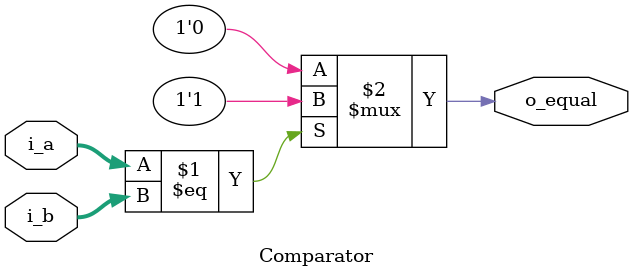
<source format=v>
module Comparator(i_a ,i_b ,o_equal);

input [31:0]  i_a;
input [31:0]  i_b;
output o_equal;

assign o_equal = (i_a == i_b) ? 1'b1 : 1'b0;

endmodule
</source>
